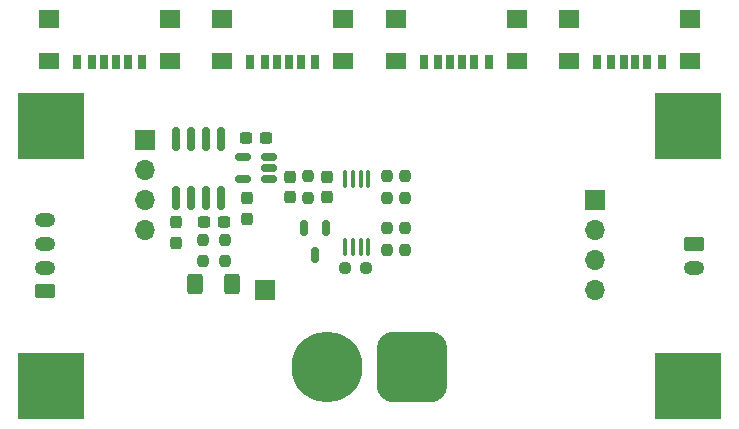
<source format=gts>
G04 #@! TF.GenerationSoftware,KiCad,Pcbnew,7.0.0*
G04 #@! TF.CreationDate,2023-03-02T15:58:58-08:00*
G04 #@! TF.ProjectId,KYBERNETES-LOGIC-PD,4b594245-524e-4455-9445-532d4c4f4749,rev?*
G04 #@! TF.SameCoordinates,Original*
G04 #@! TF.FileFunction,Soldermask,Top*
G04 #@! TF.FilePolarity,Negative*
%FSLAX46Y46*%
G04 Gerber Fmt 4.6, Leading zero omitted, Abs format (unit mm)*
G04 Created by KiCad (PCBNEW 7.0.0) date 2023-03-02 15:58:58*
%MOMM*%
%LPD*%
G01*
G04 APERTURE LIST*
G04 Aperture macros list*
%AMRoundRect*
0 Rectangle with rounded corners*
0 $1 Rounding radius*
0 $2 $3 $4 $5 $6 $7 $8 $9 X,Y pos of 4 corners*
0 Add a 4 corners polygon primitive as box body*
4,1,4,$2,$3,$4,$5,$6,$7,$8,$9,$2,$3,0*
0 Add four circle primitives for the rounded corners*
1,1,$1+$1,$2,$3*
1,1,$1+$1,$4,$5*
1,1,$1+$1,$6,$7*
1,1,$1+$1,$8,$9*
0 Add four rect primitives between the rounded corners*
20,1,$1+$1,$2,$3,$4,$5,0*
20,1,$1+$1,$4,$5,$6,$7,0*
20,1,$1+$1,$6,$7,$8,$9,0*
20,1,$1+$1,$8,$9,$2,$3,0*%
G04 Aperture macros list end*
%ADD10R,5.600000X5.600000*%
%ADD11R,0.700000X1.200000*%
%ADD12R,0.760000X1.200000*%
%ADD13R,0.800000X1.200000*%
%ADD14R,1.800000X1.350000*%
%ADD15R,1.800000X1.500000*%
%ADD16RoundRect,0.237500X0.237500X-0.250000X0.237500X0.250000X-0.237500X0.250000X-0.237500X-0.250000X0*%
%ADD17C,6.000000*%
%ADD18RoundRect,1.500000X1.500000X1.500000X-1.500000X1.500000X-1.500000X-1.500000X1.500000X-1.500000X0*%
%ADD19RoundRect,0.237500X-0.300000X-0.237500X0.300000X-0.237500X0.300000X0.237500X-0.300000X0.237500X0*%
%ADD20RoundRect,0.237500X-0.237500X0.250000X-0.237500X-0.250000X0.237500X-0.250000X0.237500X0.250000X0*%
%ADD21RoundRect,0.100000X0.100000X-0.637500X0.100000X0.637500X-0.100000X0.637500X-0.100000X-0.637500X0*%
%ADD22RoundRect,0.237500X-0.237500X0.300000X-0.237500X-0.300000X0.237500X-0.300000X0.237500X0.300000X0*%
%ADD23O,1.700000X1.700000*%
%ADD24R,1.700000X1.700000*%
%ADD25RoundRect,0.250000X0.400000X0.625000X-0.400000X0.625000X-0.400000X-0.625000X0.400000X-0.625000X0*%
%ADD26RoundRect,0.237500X0.300000X0.237500X-0.300000X0.237500X-0.300000X-0.237500X0.300000X-0.237500X0*%
%ADD27RoundRect,0.150000X-0.150000X0.825000X-0.150000X-0.825000X0.150000X-0.825000X0.150000X0.825000X0*%
%ADD28RoundRect,0.150000X0.512500X0.150000X-0.512500X0.150000X-0.512500X-0.150000X0.512500X-0.150000X0*%
%ADD29RoundRect,0.250000X0.625000X-0.350000X0.625000X0.350000X-0.625000X0.350000X-0.625000X-0.350000X0*%
%ADD30O,1.750000X1.200000*%
%ADD31RoundRect,0.250000X-0.625000X0.350000X-0.625000X-0.350000X0.625000X-0.350000X0.625000X0.350000X0*%
%ADD32RoundRect,0.237500X0.250000X0.237500X-0.250000X0.237500X-0.250000X-0.237500X0.250000X-0.237500X0*%
%ADD33RoundRect,0.150000X-0.150000X0.512500X-0.150000X-0.512500X0.150000X-0.512500X0.150000X0.512500X0*%
G04 APERTURE END LIST*
D10*
X172659999Y-97979999D03*
X118659999Y-97979999D03*
X172659999Y-75979999D03*
X118659999Y-75979999D03*
D11*
X124159999Y-70532499D03*
D12*
X122139999Y-70532499D03*
D13*
X120909999Y-70532499D03*
D11*
X123159999Y-70532499D03*
D12*
X125179999Y-70532499D03*
D13*
X126409999Y-70532499D03*
D14*
X128784999Y-70477499D03*
D15*
X128784999Y-66897499D03*
D14*
X118534999Y-70477499D03*
D15*
X118534999Y-66897499D03*
D16*
X133380000Y-85622500D03*
X133380000Y-87447500D03*
D17*
X142060000Y-96400000D03*
D18*
X149260000Y-96400000D03*
D19*
X136905000Y-77035000D03*
X135180000Y-77035000D03*
D20*
X148680000Y-86465000D03*
X148680000Y-84640000D03*
D21*
X143610000Y-80500000D03*
X144260000Y-80500000D03*
X144910000Y-80500000D03*
X145560000Y-80500000D03*
X145560000Y-86225000D03*
X144910000Y-86225000D03*
X144260000Y-86225000D03*
X143610000Y-86225000D03*
D22*
X142020000Y-82020000D03*
X142020000Y-80295000D03*
D23*
X164709999Y-89919999D03*
X164709999Y-87379999D03*
X164709999Y-84839999D03*
D24*
X164709999Y-82299999D03*
D25*
X130910000Y-89370000D03*
X134010000Y-89370000D03*
D26*
X131605000Y-84082500D03*
X133330000Y-84082500D03*
D22*
X129305000Y-85867500D03*
X129305000Y-84142500D03*
D27*
X133110000Y-82057500D03*
X131840000Y-82057500D03*
X130570000Y-82057500D03*
X129300000Y-82057500D03*
X129300000Y-77107500D03*
X130570000Y-77107500D03*
X131840000Y-77107500D03*
X133110000Y-77107500D03*
D28*
X134910000Y-80515000D03*
X134910000Y-78615000D03*
X137185000Y-78615000D03*
X137185000Y-79565000D03*
X137185000Y-80515000D03*
D22*
X138920000Y-82015000D03*
X138920000Y-80290000D03*
D15*
X133201666Y-66897499D03*
D14*
X133201666Y-70477499D03*
D15*
X143451666Y-66897499D03*
D14*
X143451666Y-70477499D03*
D13*
X141076666Y-70532499D03*
D12*
X139846666Y-70532499D03*
D11*
X137826666Y-70532499D03*
D13*
X135576666Y-70532499D03*
D12*
X136806666Y-70532499D03*
D11*
X138826666Y-70532499D03*
D29*
X118210000Y-89980000D03*
D30*
X118209999Y-87979999D03*
X118209999Y-85979999D03*
X118209999Y-83979999D03*
D20*
X147140000Y-82070000D03*
X147140000Y-80245000D03*
D31*
X173120000Y-85980000D03*
D30*
X173119999Y-87979999D03*
D20*
X140470000Y-82070000D03*
X140470000Y-80245000D03*
D16*
X131550000Y-85622500D03*
X131550000Y-87447500D03*
D32*
X143570000Y-88030000D03*
X145395000Y-88030000D03*
D20*
X148680000Y-82072500D03*
X148680000Y-80247500D03*
D22*
X135320000Y-83855000D03*
X135320000Y-82130000D03*
D33*
X141057500Y-86935000D03*
X140107500Y-84660000D03*
X142007500Y-84660000D03*
D20*
X147140000Y-86470000D03*
X147140000Y-84645000D03*
D15*
X147868332Y-66897499D03*
D14*
X147868332Y-70477499D03*
D15*
X158118332Y-66897499D03*
D14*
X158118332Y-70477499D03*
D13*
X155743332Y-70532499D03*
D12*
X154513332Y-70532499D03*
D11*
X152493332Y-70532499D03*
D13*
X150243332Y-70532499D03*
D12*
X151473332Y-70532499D03*
D11*
X153493332Y-70532499D03*
D24*
X136769999Y-89919999D03*
D15*
X162534999Y-66897499D03*
D14*
X162534999Y-70477499D03*
D15*
X172784999Y-66897499D03*
D14*
X172784999Y-70477499D03*
D13*
X170409999Y-70532499D03*
D12*
X169179999Y-70532499D03*
D11*
X167159999Y-70532499D03*
D13*
X164909999Y-70532499D03*
D12*
X166139999Y-70532499D03*
D11*
X168159999Y-70532499D03*
D23*
X126609999Y-84839999D03*
X126609999Y-82299999D03*
X126609999Y-79759999D03*
D24*
X126609999Y-77219999D03*
M02*

</source>
